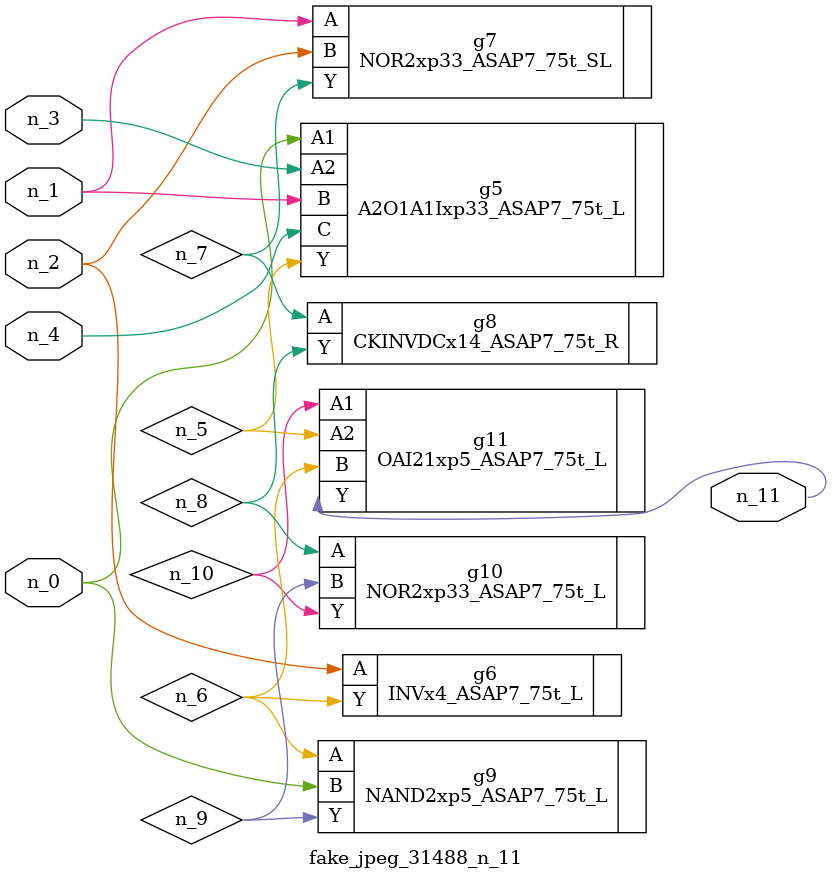
<source format=v>
module fake_jpeg_31488_n_11 (n_3, n_2, n_1, n_0, n_4, n_11);

input n_3;
input n_2;
input n_1;
input n_0;
input n_4;

output n_11;

wire n_10;
wire n_8;
wire n_9;
wire n_6;
wire n_5;
wire n_7;

A2O1A1Ixp33_ASAP7_75t_L g5 ( 
.A1(n_0),
.A2(n_3),
.B(n_1),
.C(n_4),
.Y(n_5)
);

INVx4_ASAP7_75t_L g6 ( 
.A(n_2),
.Y(n_6)
);

NOR2xp33_ASAP7_75t_SL g7 ( 
.A(n_1),
.B(n_2),
.Y(n_7)
);

CKINVDCx14_ASAP7_75t_R g8 ( 
.A(n_7),
.Y(n_8)
);

NOR2xp33_ASAP7_75t_L g10 ( 
.A(n_8),
.B(n_9),
.Y(n_10)
);

NAND2xp5_ASAP7_75t_L g9 ( 
.A(n_6),
.B(n_0),
.Y(n_9)
);

OAI21xp5_ASAP7_75t_L g11 ( 
.A1(n_10),
.A2(n_5),
.B(n_6),
.Y(n_11)
);


endmodule
</source>
